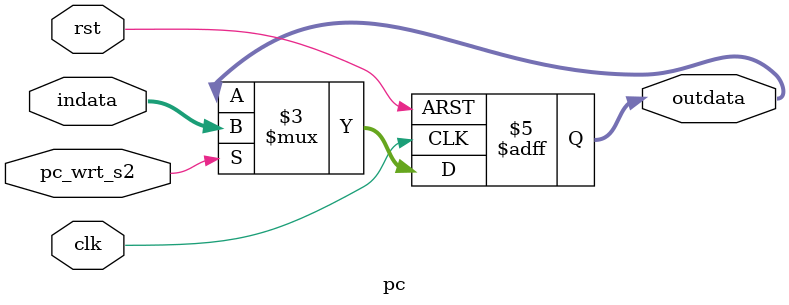
<source format=v>
/*************************************************************
Design Name 	: 
File Name   	: .v
Function    	: 
Coder		    	: 
Last Modified	: 
*************************************************************/

module pc(indata,outdata,pc_wrt_s2,rst,clk);
	input [15:0]indata;
	input clk,pc_wrt_s2,rst;
	output [15:0] outdata;

	reg [15:0] outdata;

	always @ (posedge clk or posedge rst)
	begin
		if(rst)
		begin
			outdata = 16'b0;
			$display($time,"	At this posedge contents of pc are %hh",outdata);
		end
		else
		begin
			if(pc_wrt_s2)
			begin
				outdata=indata;
				$display($time,"	At this posedge contents of pc are %hh",outdata);
			end
		end
	end
	
endmodule

</source>
